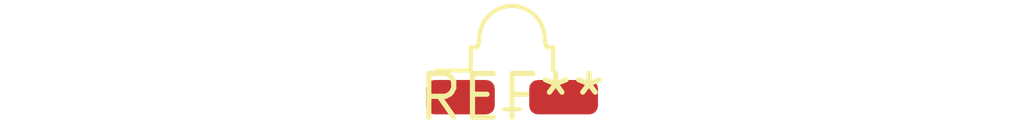
<source format=kicad_pcb>
(kicad_pcb (version 20240108) (generator pcbnew)
  (layers (0 "F.Cu" signal) (31 "B.Cu" signal) (34 "B.Paste" user) (35 "F.Paste" user) (36 "B.SilkS" user "B.Silkscreen") (37 "F.SilkS" user "F.Silkscreen") (38 "B.Mask" user) (39 "F.Mask" user) (44 "Edge.Cuts" user))
  (net 0 "")
  (footprint "LED_Kingbright_APDA3020VBCD" (layer "F.Cu") (at 0 0)
    (property "Reference" "REF**")
    (property "Value" "LED_Kingbright_APDA3020VBCD")
    (fp_line (start -1.2 -0.775) (end -2.2 -0.775) (layer "F.SilkS") (stroke (width 0.12)))
    (fp_line (start -1.2 -0.775) (end -1.2 -1.45) (layer "F.SilkS") (stroke (width 0.12)))
    (fp_line (start -1 -1.45) (end -1.2 -1.45) (layer "F.SilkS") (stroke (width 0.12)))
    (fp_line (start -1 -1.45) (end -0.95 -1.7) (layer "F.SilkS") (stroke (width 0.12)))
    (fp_line (start -0.225 0.35) (end 0.225 0.35) (layer "F.SilkS") (stroke (width 0.12)))
    (fp_line (start 0.95 -1.7) (end 1 -1.45) (layer "F.SilkS") (stroke (width 0.12)))
    (fp_line (start 1.2 -1.45) (end 1 -1.45) (layer "F.SilkS") (stroke (width 0.12)))
    (fp_line (start 1.2 -0.775) (end 1.2 -1.45) (layer "F.SilkS") (stroke (width 0.12)))
    (fp_arc (start -0.95 -1.7) (mid 0 -2.65) (end 0.95 -1.7) (layer "F.SilkS") (stroke (width 0.12)))
    (pad "1" smd roundrect (at -1.5 0) (size 2 1) (layers "F.Cu" "F.Paste" "F.Mask"))
    (pad "2" smd roundrect (at 1.5 0) (size 2 1) (layers "F.Cu" "F.Paste" "F.Mask"))
  )
)
</source>
